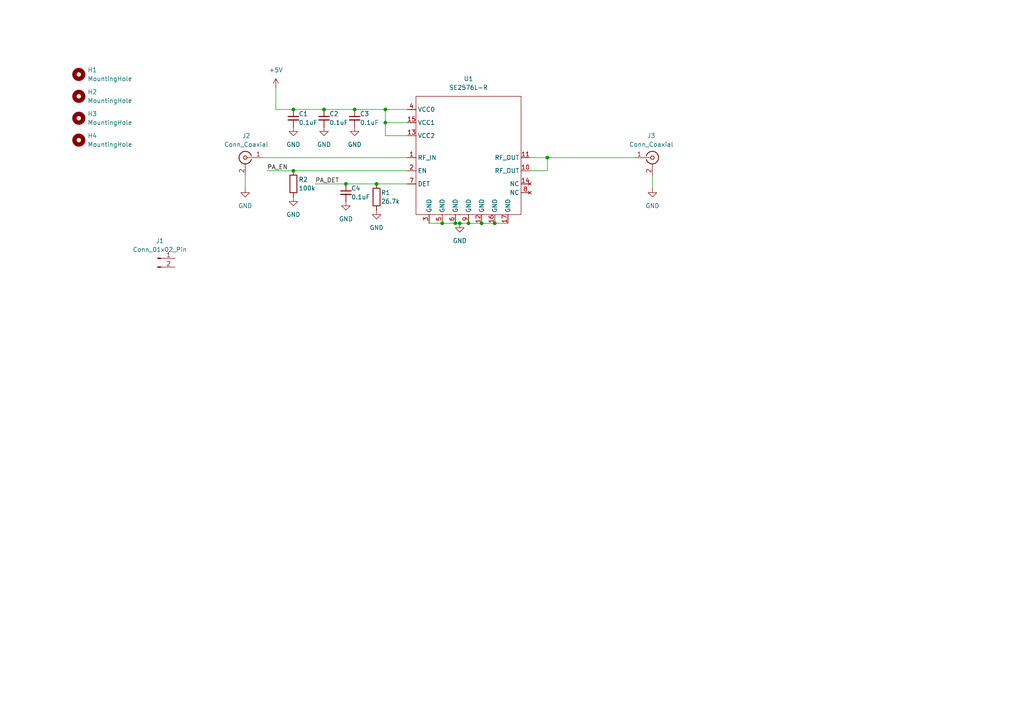
<source format=kicad_sch>
(kicad_sch (version 20250114) (generator "eeschema") (generator_version "9.0")
  (paper "A4")
  (lib_symbols
    (symbol "Connector:Conn_01x02_Pin" (pin_names (offset 1.016) (hide yes))
      (property "Reference" "J" (at 0 2.54 0))
      (property "Value" "Conn_01x02_Pin" (at 0 -5.08 0))
      (symbol "Conn_01x02_Pin_1_1"
        (rectangle (start 0.8636 0.127) (end 0 -0.127) (stroke (width 0.1524)) (fill (type outline)))
        (rectangle (start 0.8636 -2.413) (end 0 -2.667) (stroke (width 0.1524)) (fill (type outline)))
        (polyline (pts (xy 1.27 0) (xy 0.8636 0)) (stroke (width 0.1524)))
        (polyline (pts (xy 1.27 -2.54) (xy 0.8636 -2.54)) (stroke (width 0.1524)))
        (pin passive line (at 5.08 0 180) (length 3.81) (name "Pin_1") (number "1"))
        (pin passive line (at 5.08 -2.54 180) (length 3.81) (name "Pin_2") (number "2"))
      )
    )
    (symbol "Connector:Conn_Coaxial" (pin_names (offset 1.016) (hide yes))
      (property "Reference" "J" (at 0.254 3.048 0))
      (property "Value" "Conn_Coaxial" (at 2.921 0 90))
      (symbol "Conn_Coaxial_0_1"
        (polyline (pts (xy -2.54 0) (xy -0.508 0)))
        (arc (start 1.778 0) (mid 0.222 -1.8079) (end -1.778 -0.508) (stroke (width 0.254)))
        (arc (start -1.778 0.508) (mid 0.2221 1.8084) (end 1.778 0) (stroke (width 0.254)))
        (circle (center 0 0) (radius 0.508) (stroke (width 0.2032)))
        (polyline (pts (xy 0 -2.54) (xy 0 -1.778)))
      )
      (symbol "Conn_Coaxial_1_1"
        (pin passive line (at -5.08 0 0) (length 2.54) (name "In") (number "1"))
        (pin passive line (at 0 -5.08 90) (length 2.54) (name "Ext") (number "2"))
      )
    )
    (symbol "Device:C_Small" (pin_numbers (hide yes)) (pin_names (offset 0.254) (hide yes))
      (property "Reference" "C" (at 0.254 1.778 0))
      (property "Value" "C_Small" (at 0.254 -2.032 0))
      (symbol "C_Small_0_1"
        (polyline (pts (xy -1.524 0.508) (xy 1.524 0.508)) (stroke (width 0.3048)))
        (polyline (pts (xy -1.524 -0.508) (xy 1.524 -0.508)) (stroke (width 0.3302)))
      )
      (symbol "C_Small_1_1"
        (pin passive line (at 0 2.54 270) (length 2.032) (name "~") (number "1"))
        (pin passive line (at 0 -2.54 90) (length 2.032) (name "~") (number "2"))
      )
    )
    (symbol "Device:R" (pin_numbers (hide yes)) (pin_names (offset 0))
      (property "Reference" "R" (at 2.032 0 90))
      (property "Value" "R" (at 0 0 90))
      (symbol "R_0_1"
        (rectangle (start -1.016 -2.54) (end 1.016 2.54) (stroke (width 0.254)))
      )
      (symbol "R_1_1"
        (pin passive line (at 0 3.81 270) (length 1.27) (name "~") (number "1"))
        (pin passive line (at 0 -3.81 90) (length 1.27) (name "~") (number "2"))
      )
    )
    (symbol "Mechanical:MountingHole" (pin_names (offset 1.016)) (in_bom no)
      (property "Reference" "H" (at 0 5.08 0))
      (property "Value" "MountingHole" (at 0 3.175 0))
      (symbol "MountingHole_0_1"
        (circle (center 0 0) (radius 1.27) (stroke (width 1.27)))
      )
    )
    (symbol "hab_library:SE2576L-R"
      (property "Reference" "U" (at -10.668 30.48 0))
      (property "Value" "SE2576L-R" (at 13.208 30.226 0))
      (symbol "SE2576L-R_1_1"
        (rectangle (start -11.43 29.21) (end 19.05 -5.08))
        (pin input line (at -13.97 25.4 0) (length 2.54) (name "VCC0") (number "4"))
        (pin input line (at -13.97 21.59 0) (length 2.54) (name "VCC1") (number "15"))
        (pin input line (at -13.97 17.78 0) (length 2.54) (name "VCC2") (number "13"))
        (pin input line (at -13.97 11.43 0) (length 2.54) (name "RF_IN") (number "1"))
        (pin input line (at -13.97 7.62 0) (length 2.54) (name "EN") (number "2"))
        (pin input line (at -13.97 3.81 0) (length 2.54) (name "DET") (number "7"))
        (pin input line (at -7.62 -7.62 90) (length 2.54) (name "GND") (number "3"))
        (pin input line (at -3.81 -7.62 90) (length 2.54) (name "GND") (number "5"))
        (pin input line (at 0 -7.62 90) (length 2.54) (name "GND") (number "6"))
        (pin input line (at 3.81 -7.62 90) (length 2.54) (name "GND") (number "9"))
        (pin input line (at 7.62 -7.62 90) (length 2.54) (name "GND") (number "12"))
        (pin input line (at 11.43 -7.62 90) (length 2.54) (name "GND") (number "16"))
        (pin input line (at 15.24 -7.62 90) (length 2.54) (name "GND") (number "17"))
        (pin output line (at 21.59 11.43 180) (length 2.54) (name "RF_OUT") (number "11"))
        (pin output line (at 21.59 7.62 180) (length 2.54) (name "RF_OUT") (number "10"))
        (pin no_connect line (at 21.59 3.81 180) (length 2.54) (name "NC") (number "14"))
        (pin no_connect line (at 21.59 1.27 180) (length 2.54) (name "NC") (number "8"))
      )
    )
    (symbol "power:+5V" (power) (pin_numbers (hide yes)) (pin_names (offset 0) (hide yes))
      (property "Value" "+5V" (at 0 3.556 0))
      (symbol "+5V_0_1"
        (polyline (pts (xy -0.762 1.27) (xy 0 2.54)))
        (polyline (pts (xy 0 2.54) (xy 0.762 1.27)))
        (polyline (pts (xy 0 0) (xy 0 2.54)))
      )
      (symbol "+5V_1_1"
        (pin power_in line (at 0 0 90) (length 0) (name "~") (number "1"))
      )
    )
    (symbol "power:GND" (power) (pin_numbers (hide yes)) (pin_names (offset 0) (hide yes))
      (property "Value" "GND" (at 0 -3.81 0))
      (symbol "GND_0_1"
        (polyline (pts (xy 0 0) (xy 0 -1.27) (xy 1.27 -1.27) (xy 0 -2.54) (xy -1.27 -1.27) (xy 0 -1.27)))
      )
      (symbol "GND_1_1"
        (pin power_in line (at 0 0 270) (length 0) (name "~") (number "1"))
      )
    )
  )
  (junction (at 133.35 64.77))
  (junction (at 143.51 64.77))
  (junction (at 102.87 31.75))
  (junction (at 111.76 35.56))
  (junction (at 93.98 31.75))
  (junction (at 109.22 53.34))
  (junction (at 128.27 64.77))
  (junction (at 158.75 45.72))
  (junction (at 111.76 31.75))
  (junction (at 139.7 64.77))
  (junction (at 85.09 31.75))
  (junction (at 135.89 64.77))
  (junction (at 132.08 64.77))
  (junction (at 85.09 49.53))
  (junction (at 100.33 53.34))
  (wire (pts (xy 143.51 64.77) (xy 147.32 64.77)))
  (wire (pts (xy 189.23 54.61) (xy 189.23 50.8)))
  (wire (pts (xy 133.35 64.77) (xy 135.89 64.77)))
  (wire (pts (xy 118.11 39.37) (xy 111.76 39.37)))
  (wire (pts (xy 91.44 53.34) (xy 100.33 53.34)))
  (wire (pts (xy 80.01 25.4) (xy 80.01 31.75)))
  (wire (pts (xy 158.75 45.72) (xy 184.15 45.72)))
  (wire (pts (xy 85.09 49.53) (xy 118.11 49.53)))
  (wire (pts (xy 118.11 35.56) (xy 111.76 35.56)))
  (wire (pts (xy 111.76 35.56) (xy 111.76 31.75)))
  (wire (pts (xy 93.98 31.75) (xy 102.87 31.75)))
  (wire (pts (xy 135.89 64.77) (xy 139.7 64.77)))
  (wire (pts (xy 153.67 49.53) (xy 158.75 49.53)))
  (wire (pts (xy 85.09 31.75) (xy 93.98 31.75)))
  (wire (pts (xy 128.27 64.77) (xy 132.08 64.77)))
  (wire (pts (xy 132.08 64.77) (xy 133.35 64.77)))
  (wire (pts (xy 118.11 31.75) (xy 111.76 31.75)))
  (wire (pts (xy 85.09 31.75) (xy 80.01 31.75)))
  (wire (pts (xy 102.87 31.75) (xy 111.76 31.75)))
  (wire (pts (xy 109.22 53.34) (xy 118.11 53.34)))
  (wire (pts (xy 139.7 64.77) (xy 143.51 64.77)))
  (wire (pts (xy 158.75 45.72) (xy 153.67 45.72)))
  (wire (pts (xy 124.46 64.77) (xy 128.27 64.77)))
  (wire (pts (xy 158.75 49.53) (xy 158.75 45.72)))
  (wire (pts (xy 111.76 39.37) (xy 111.76 35.56)))
  (wire (pts (xy 76.2 45.72) (xy 118.11 45.72)))
  (wire (pts (xy 100.33 53.34) (xy 109.22 53.34)))
  (wire (pts (xy 71.12 54.61) (xy 71.12 50.8)))
  (wire (pts (xy 77.47 49.53) (xy 85.09 49.53)))
  (label "PA_EN" (at 77.47 49.53 0))
  (label "PA_DET" (at 91.44 53.34 0))
  (symbol (lib_id "Device:C_Small") (at 93.98 34.29 0) (unit 1)
    (property "Reference" "C2" (at 95.504 33.02 0) (effects (justify left)))
    (property "Value" "0.1uF" (at 95.504 35.56 0) (effects (justify left)))
    (property "Footprint" "Capacitor_SMD:C_0402_1005Metric" (effects (hide yes)))
    (property "Description" "Unpolarized capacitor, small symbol" (effects (hide yes)))
  )
  (symbol (lib_id "power:+5V") (at 80.01 25.4 0) (unit 1)
    (property "Reference" "#PWR07" (effects (hide yes)))
    (property "Value" "+5V" (at 80.01 20.32 0))
    (property "Description" "Power symbol creates a global label with name \"+5V\"" (effects (hide yes)))
  )
  (symbol (lib_id "power:GND") (at 102.87 36.83 0) (unit 1)
    (property "Reference" "#PWR04" (effects (hide yes)))
    (property "Value" "GND" (at 102.87 41.91 0))
    (property "Description" "Power symbol creates a global label with name \"GND\" , ground" (effects (hide yes)))
  )
  (symbol (lib_id "power:GND") (at 93.98 36.83 0) (unit 1)
    (property "Reference" "#PWR05" (effects (hide yes)))
    (property "Value" "GND" (at 93.98 41.91 0))
    (property "Description" "Power symbol creates a global label with name \"GND\" , ground" (effects (hide yes)))
  )
  (symbol (lib_id "Device:C_Small") (at 85.09 34.29 0) (unit 1)
    (property "Reference" "C1" (at 86.614 33.02 0) (effects (justify left)))
    (property "Value" "0.1uF" (at 86.614 35.56 0) (effects (justify left)))
    (property "Footprint" "Capacitor_SMD:C_0402_1005Metric" (effects (hide yes)))
    (property "Description" "Unpolarized capacitor, small symbol" (effects (hide yes)))
  )
  (symbol (lib_id "Device:R") (at 109.22 57.15 0) (unit 1)
    (property "Reference" "R1" (at 110.49 55.88 0) (effects (justify left)))
    (property "Value" "26.7k" (at 110.49 58.42 0) (effects (justify left)))
    (property "Footprint" "Resistor_SMD:R_0402_1005Metric" (effects (hide yes)))
    (property "Description" "Resistor" (effects (hide yes)))
  )
  (symbol (lib_id "Mechanical:MountingHole") (at 22.86 21.59 0) (unit 1) (in_bom no)
    (property "Reference" "H1" (at 25.4 20.3199 0) (effects (justify left)))
    (property "Value" "MountingHole" (at 25.4 22.8599 0) (effects (justify left)))
    (property "Footprint" "MountingHole:MountingHole_3.2mm_M3" (effects (hide yes)))
    (property "Description" "Mounting Hole without connection" (effects (hide yes)))
  )
  (symbol (lib_id "Mechanical:MountingHole") (at 22.86 40.64 0) (unit 1) (in_bom no)
    (property "Reference" "H4" (at 25.4 39.3699 0) (effects (justify left)))
    (property "Value" "MountingHole" (at 25.4 41.9099 0) (effects (justify left)))
    (property "Footprint" "MountingHole:MountingHole_3.2mm_M3" (effects (hide yes)))
    (property "Description" "Mounting Hole without connection" (effects (hide yes)))
  )
  (symbol (lib_id "Device:C_Small") (at 102.87 34.29 0) (unit 1)
    (property "Reference" "C3" (at 104.394 33.02 0) (effects (justify left)))
    (property "Value" "0.1uF" (at 104.394 35.56 0) (effects (justify left)))
    (property "Footprint" "Capacitor_SMD:C_0402_1005Metric" (effects (hide yes)))
    (property "Description" "Unpolarized capacitor, small symbol" (effects (hide yes)))
  )
  (symbol (lib_id "Connector:Conn_01x02_Pin") (at 45.72 74.93 0) (unit 1)
    (property "Reference" "J1" (at 46.355 69.85 0))
    (property "Value" "Conn_01x02_Pin" (at 46.355 72.39 0))
    (property "Footprint" "Connector_PinHeader_2.54mm:PinHeader_1x02_P2.54mm_Vertical" (effects (hide yes)))
    (property "Description" "Generic connector, single row, 01x02, script generated" (effects (hide yes)))
  )
  (symbol (lib_id "Mechanical:MountingHole") (at 22.86 34.29 0) (unit 1) (in_bom no)
    (property "Reference" "H3" (at 25.4 33.0199 0) (effects (justify left)))
    (property "Value" "MountingHole" (at 25.4 35.5599 0) (effects (justify left)))
    (property "Footprint" "MountingHole:MountingHole_3.2mm_M3" (effects (hide yes)))
    (property "Description" "Mounting Hole without connection" (effects (hide yes)))
  )
  (symbol (lib_id "power:GND") (at 85.09 57.15 0) (unit 1)
    (property "Reference" "#PWR010" (effects (hide yes)))
    (property "Value" "GND" (at 85.09 62.23 0))
    (property "Description" "Power symbol creates a global label with name \"GND\" , ground" (effects (hide yes)))
  )
  (symbol (lib_id "hab_library:SE2576L-R") (at 132.08 57.15 0) (unit 1)
    (property "Reference" "U1" (at 135.89 22.86 0))
    (property "Value" "SE2576L-R" (at 135.89 25.4 0))
    (property "Footprint" "Package_DFN_QFN:QFN-16-1EP_3x3mm_P0.5mm_EP1.7x1.7mm_ThermalVias" (effects (hide yes)))
    (property "Datasheet" "https://www.skyworksinc.com/-/media/CCBF681FB6B14553BE61E26865F64CB4.pdf" (effects (hide yes)))
    (property "Description" "IC AMP 802.11B/G/N 2.4GHZ 16QFN" (effects (hide yes)))
  )
  (symbol (lib_id "Connector:Conn_Coaxial") (at 71.12 45.72 0) (mirror y) (unit 1)
    (property "Reference" "J2" (at 71.4374 39.37 0))
    (property "Value" "Conn_Coaxial" (at 71.4374 41.91 0))
    (property "Footprint" "Connector_Coaxial:SMA_Amphenol_132289_EdgeMount" (effects (hide yes)))
    (property "Description" "coaxial connector (BNC, SMA, SMB, SMC, Cinch/RCA, LEMO, ...)" (effects (hide yes)))
  )
  (symbol (lib_id "Connector:Conn_Coaxial") (at 189.23 45.72 0) (unit 1)
    (property "Reference" "J3" (at 188.9126 39.37 0))
    (property "Value" "Conn_Coaxial" (at 188.9126 41.91 0))
    (property "Footprint" "Connector_Coaxial:SMA_Amphenol_132289_EdgeMount" (effects (hide yes)))
    (property "Description" "coaxial connector (BNC, SMA, SMB, SMC, Cinch/RCA, LEMO, ...)" (effects (hide yes)))
  )
  (symbol (lib_id "power:GND") (at 189.23 54.61 0) (unit 1)
    (property "Reference" "#PWR02" (effects (hide yes)))
    (property "Value" "GND" (at 189.23 59.69 0))
    (property "Description" "Power symbol creates a global label with name \"GND\" , ground" (effects (hide yes)))
  )
  (symbol (lib_id "power:GND") (at 109.22 60.96 0) (unit 1)
    (property "Reference" "#PWR08" (effects (hide yes)))
    (property "Value" "GND" (at 109.22 66.04 0))
    (property "Description" "Power symbol creates a global label with name \"GND\" , ground" (effects (hide yes)))
  )
  (symbol (lib_id "power:GND") (at 71.12 54.61 0) (unit 1)
    (property "Reference" "#PWR01" (effects (hide yes)))
    (property "Value" "GND" (at 71.12 59.69 0))
    (property "Description" "Power symbol creates a global label with name \"GND\" , ground" (effects (hide yes)))
  )
  (symbol (lib_id "Mechanical:MountingHole") (at 22.86 27.94 0) (unit 1) (in_bom no)
    (property "Reference" "H2" (at 25.4 26.6699 0) (effects (justify left)))
    (property "Value" "MountingHole" (at 25.4 29.2099 0) (effects (justify left)))
    (property "Footprint" "MountingHole:MountingHole_3.2mm_M3" (effects (hide yes)))
    (property "Description" "Mounting Hole without connection" (effects (hide yes)))
  )
  (symbol (lib_id "power:GND") (at 85.09 36.83 0) (unit 1)
    (property "Reference" "#PWR06" (effects (hide yes)))
    (property "Value" "GND" (at 85.09 41.91 0))
    (property "Description" "Power symbol creates a global label with name \"GND\" , ground" (effects (hide yes)))
  )
  (symbol (lib_id "power:GND") (at 100.33 58.42 0) (unit 1)
    (property "Reference" "#PWR09" (effects (hide yes)))
    (property "Value" "GND" (at 100.33 63.5 0))
    (property "Description" "Power symbol creates a global label with name \"GND\" , ground" (effects (hide yes)))
  )
  (symbol (lib_id "Device:C_Small") (at 100.33 55.88 0) (unit 1)
    (property "Reference" "C4" (at 101.854 54.61 0) (effects (justify left)))
    (property "Value" "0.1uF" (at 101.854 57.15 0) (effects (justify left)))
    (property "Footprint" "Capacitor_SMD:C_0402_1005Metric" (effects (hide yes)))
    (property "Description" "Unpolarized capacitor, small symbol" (effects (hide yes)))
  )
  (symbol (lib_id "power:GND") (at 133.35 64.77 0) (unit 1)
    (property "Reference" "#PWR03" (effects (hide yes)))
    (property "Value" "GND" (at 133.35 69.85 0))
    (property "Description" "Power symbol creates a global label with name \"GND\" , ground" (effects (hide yes)))
  )
  (symbol (lib_id "Device:R") (at 85.09 53.34 0) (unit 1)
    (property "Reference" "R2" (at 86.614 52.07 0) (effects (justify left)))
    (property "Value" "100k" (at 86.614 54.61 0) (effects (justify left)))
    (property "Footprint" "Resistor_SMD:R_0402_1005Metric" (effects (hide yes)))
    (property "Description" "Resistor" (effects (hide yes)))
  )
)
</source>
